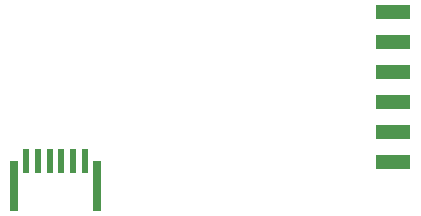
<source format=gtp>
G04 #@! TF.GenerationSoftware,KiCad,Pcbnew,8.0.7*
G04 #@! TF.CreationDate,2025-01-15T21:05:11+03:00*
G04 #@! TF.ProjectId,Connector,436f6e6e-6563-4746-9f72-2e6b69636164,rev?*
G04 #@! TF.SameCoordinates,Original*
G04 #@! TF.FileFunction,Paste,Top*
G04 #@! TF.FilePolarity,Positive*
%FSLAX46Y46*%
G04 Gerber Fmt 4.6, Leading zero omitted, Abs format (unit mm)*
G04 Created by KiCad (PCBNEW 8.0.7) date 2025-01-15 21:05:11*
%MOMM*%
%LPD*%
G01*
G04 APERTURE LIST*
%ADD10R,0.600000X2.000000*%
%ADD11R,0.700000X4.200000*%
%ADD12R,3.000000X1.250000*%
G04 APERTURE END LIST*
D10*
X131001100Y-111253600D03*
X132001100Y-111253600D03*
X133001100Y-111253600D03*
X134001100Y-111253600D03*
X135001100Y-111253600D03*
X136001100Y-111253600D03*
D11*
X130001100Y-113353600D03*
X137001100Y-113353600D03*
D12*
X162076100Y-98653600D03*
X162076100Y-101193600D03*
X162076100Y-103733600D03*
X162076100Y-106273600D03*
X162076100Y-108813600D03*
X162076100Y-111353600D03*
M02*

</source>
